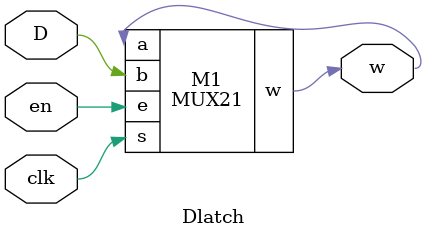
<source format=sv>
`timescale 1ns/1ns
module MUX21(input a,b,s,e, output w);
	wire ns,j;
	not #(7,9) N1(ns,s);
	notif1 #(14,18,16) N2(j,a,ns);
	notif1 #(14,18,16) N3(j,b,s);
	notif1 #(14,18,16) N4(w,j,e);
endmodule

module Dlatch(input D,clk,en, output w);
	MUX21 M1(w,D,clk,en, w);
endmodule

</source>
